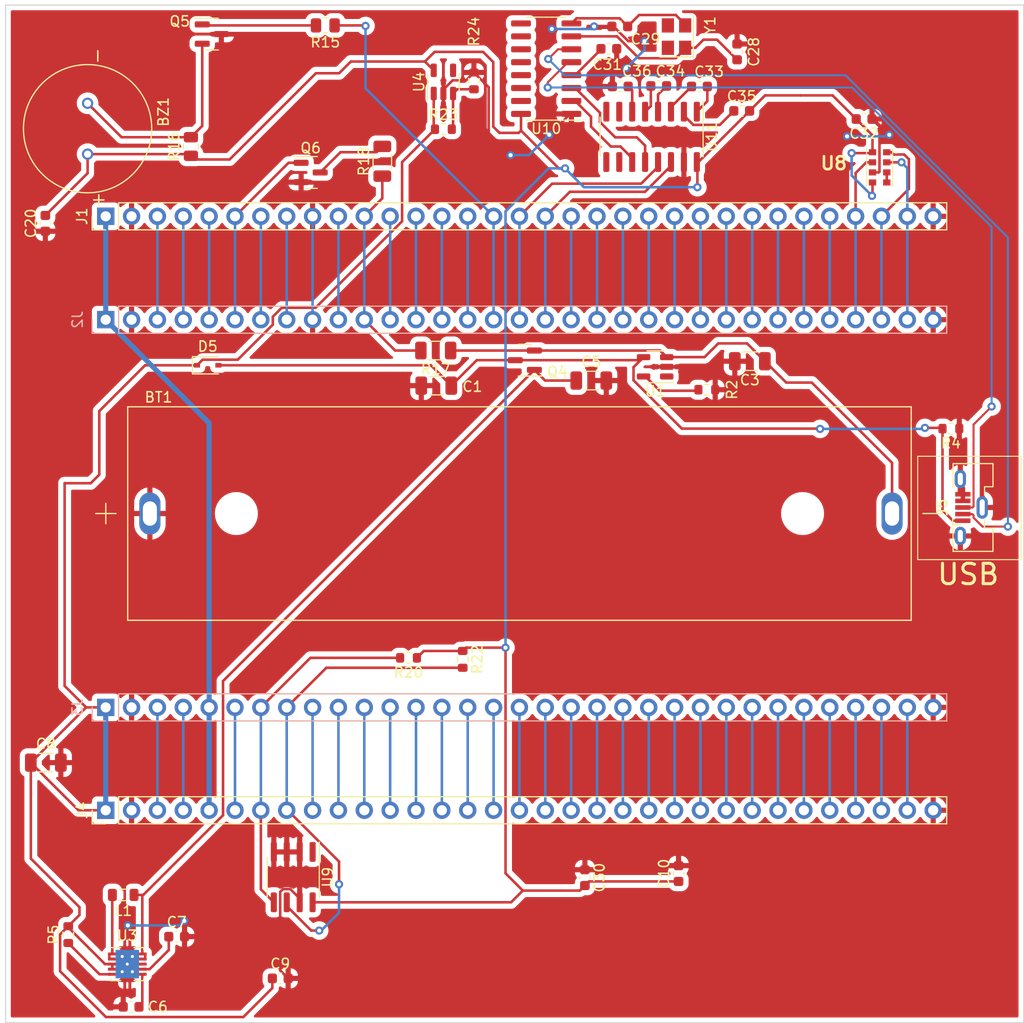
<source format=kicad_pcb>
(kicad_pcb (version 20211014) (generator pcbnew)
  (layers (0 "F.Cu" signal) (31 "B.Cu" signal) (34 "B.Paste" user) (35 "F.Paste" user) (36 "B.SilkS" user "B.Silkscreen") (37 "F.SilkS" user "F.Silkscreen") (38 "B.Mask" user) (39 "F.Mask" user) (44 "Edge.Cuts" user))
  (net 0 "")
  (net 1 "+3V0")
  (net 2 "GND")
  (net 3 "/VBAT")
  (net 4 "/PC13")
  (net 5 "/PC14")
  (net 6 "/PC15")
  (net 7 "/PF0")
  (net 8 "/PF1")
  (net 9 "/NRST")
  (net 10 "/PC0")
  (net 11 "/PC1")
  (net 12 "/PC2")
  (net 13 "/PC3")
  (net 14 "/PA0")
  (net 15 "/PA1")
  (net 16 "/PA2")
  (net 17 "/PA3")
  (net 18 "/PF4")
  (net 19 "/PF5")
  (net 20 "/PA4")
  (net 21 "/PA5")
  (net 22 "/PA6")
  (net 23 "/PA7")
  (net 24 "/PC4")
  (net 25 "/PC5")
  (net 26 "/PB0")
  (net 27 "/PB1")
  (net 28 "/PB2")
  (net 29 "/PB10")
  (net 30 "/PB11")
  (net 31 "/PB12")
  (net 32 "/PB9")
  (net 33 "/PB8")
  (net 34 "/BOOT")
  (net 35 "/PB7")
  (net 36 "/PB6")
  (net 37 "/PB5")
  (net 38 "/PB4")
  (net 39 "/PB3")
  (net 40 "/PD2")
  (net 41 "/PC12")
  (net 42 "/PC11")
  (net 43 "/PC10")
  (net 44 "/PA15")
  (net 45 "/PA14")
  (net 46 "/PF7")
  (net 47 "/PF6")
  (net 48 "/PA13")
  (net 49 "/PA12")
  (net 50 "/PA11")
  (net 51 "/PA10")
  (net 52 "/PA9")
  (net 53 "/PA8")
  (net 54 "/PC9")
  (net 55 "/PC8")
  (net 56 "/PC7")
  (net 57 "/PC6")
  (net 58 "/PB15")
  (net 59 "/PB14")
  (net 60 "/PB13")
  (net 61 "/Power/Battery_Voltage")
  (net 62 "Net-(BZ1-PadN)")
  (net 63 "+3V3")
  (net 64 "Net-(C33-Pad1)")
  (net 65 "Net-(C35-Pad1)")
  (net 66 "Net-(C28-Pad1)")
  (net 67 "Net-(C29-Pad1)")
  (net 68 "Net-(C36-Pad2)")
  (net 69 "Net-(Q6-Pad3)")
  (net 70 "Net-(C33-Pad2)")
  (net 71 "Net-(C34-Pad1)")
  (net 72 "+5V")
  (net 73 "Net-(C1-Pad1)")
  (net 74 "/Power/USB_DN")
  (net 75 "/Power/USB_DP")
  (net 76 "Net-(Q5-Pad1)")
  (net 78 "Net-(C34-Pad2)")
  (net 79 "Net-(R2-Pad2)")
  (net 80 "Net-(L1-Pad2)")
  (net 81 "Net-(R5-Pad1)")
  (net 82 "Net-(C6-Pad1)")
  (net 83 "Net-(C7-Pad1)")
  (net 85 "Net-(C5-Pad1)")
  (net 87 "Net-(U10-Pad2)")
  (net 89 "Net-(U10-Pad3)")
  (net 91 "Net-(C31-Pad1)")
  (net 102 "Net-(R23-Pad2)")
  (net 103 "Net-(U8-Pad3)")
  (footprint "Resistor_SMD:R_1206_3216Metric" (layer "F.Cu") (at 126.4 80.5 180)
    (fp_text reference "R17")
    (fp_text value "100k")
  )
  (footprint "Resistor_SMD:R_0603_1608Metric" (layer "F.Cu") (at 153.025 84.35 180)
    (fp_text reference "R2")
    (fp_text value "10k")
  )
  (footprint "Package_TO_SOT_SMD:TSOT-23-5" (layer "F.Cu") (at 147.95 82.1 180)
    (fp_text reference "U1")
    (fp_text value "LTC4054ES5-4.2")
  )
  (footprint "Capacitor_SMD:C_0603_1608Metric" (layer "F.Cu") (at 148.3 54.5)
    (fp_text reference "C34")
    (fp_text value "100nF")
  )
  (footprint "Capacitor_SMD:C_0603_1608Metric" (layer "F.Cu") (at 141.05 132.3 -90)
    (fp_text reference "C30")
    (fp_text value "100nF")
  )
  (footprint "Resistor_SMD:R_0603_1608Metric" (layer "F.Cu") (at 90.3 137.9 90)
    (fp_text reference "R5")
    (fp_text value "1M")
  )
  (footprint "Resistor_SMD:R_0805_2012Metric" (layer "F.Cu") (at 102.35 60.45 90)
    (fp_text reference "R16")
    (fp_text value "1k")
  )
  (footprint "Inductor_SMD:L_0805_2012Metric" (layer "F.Cu") (at 95.7 134 180)
    (fp_text reference "L1")
    (fp_text value "2.2uH")
  )
  (footprint "Capacitor_SMD:C_0603_1608Metric" (layer "F.Cu") (at 150.25 131.9 90)
    (fp_text reference "C10")
    (fp_text value "1u")
  )
  (footprint "Resistor_SMD:R_0603_1608Metric" (layer "F.Cu") (at 177 88.175 180)
    (fp_text reference "R4")
    (fp_text value "10k")
  )
  (footprint "Resistor_SMD:R_1206_3216Metric" (layer "F.Cu") (at 121.15 61.9 90)
    (fp_text reference "R18")
    (fp_text value "100k")
  )
  (footprint "Resistor_SMD:R_0603_1608Metric" (layer "F.Cu") (at 123.725 110.7 180)
    (fp_text reference "R20")
    (fp_text value "4K7")
  )
  (footprint "Resistor_SMD:R_0603_1608Metric" (layer "F.Cu") (at 130.15 54 90)
    (fp_text reference "R24")
    (fp_text value "2k")
  )
  (footprint "Capacitor_SMD:C_0603_1608Metric" (layer "F.Cu") (at 144.525 54.55)
    (fp_text reference "C36")
    (fp_text value "100nF")
  )
  (footprint "LTR-553ALS-01:LTR553ALS01" (layer "F.Cu") (at 170 62.5 180)
    (fp_text reference "U8")
    (fp_text value "LTR-553ALS-01" hide)
  )
  (footprint "Package_TO_SOT_SMD:SOT-23" (layer "F.Cu") (at 104.4 49.4)
    (fp_text reference "Q5")
    (fp_text value "NPN")
  )
  (footprint "Capacitor_SMD:C_0603_1608Metric" (layer "F.Cu") (at 96.475 145 180)
    (fp_text reference "C6")
    (fp_text value "10nF")
  )
  (footprint "Package_SO:SOIC-16_3.9x9.9mm_P1.27mm" (layer "F.Cu") (at 147.6 59.5 -90)
    (fp_text reference "U11")
    (fp_text value "MAX232")
  )
  (footprint "Connector_PinHeader_2.54mm:PinHeader_1x33_P2.54mm_Vertical" (layer "F.Cu") (at 93.98 67.31 90)
    (fp_text reference "J1")
    (fp_text value "Conn_01x33_Female")
  )
  (footprint "Capacitor_SMD:C_0603_1608Metric" (layer "F.Cu") (at 143.4 50.85)
    (fp_text reference "C31")
    (fp_text value "100nF")
  )
  (footprint "PKM13EPYH4002-B0:SPKR_PKM13EPYH4002-B0" (layer "F.Cu") (at 92.2 58.7 -90)
    (fp_text reference "BZ1")
    (fp_text value "Buzzer")
  )
  (footprint "Capacitor_SMD:C_0603_1608Metric" (layer "F.Cu") (at 152.3 54.55)
    (fp_text reference "C33")
    (fp_text value "100nF")
  )
  (footprint "BK-18650-PC2:BAT_BK-18650-PC2" (layer "F.Cu") (at 134.62 96.52)
    (fp_text reference "BT1")
    (fp_text value "BK-18650-PC2")
  )
  (footprint "Resistor_SMD:R_0805_2012Metric" (layer "F.Cu") (at 115.55 48.55 180)
    (fp_text reference "R15")
    (fp_text value "1k")
  )
  (footprint "Connector_PinHeader_2.54mm:PinHeader_1x33_P2.54mm_Vertical" (layer "F.Cu") (at 93.98 125.68 90)
    (fp_text reference "J4")
    (fp_text value "Conn_01x33_Female")
  )
  (footprint "Capacitor_SMD:C_1206_3216Metric" (layer "F.Cu") (at 141.675 83.45)
    (fp_text reference "C5")
    (fp_text value "4.7uF")
  )
  (footprint "Capacitor_SMD:C_0603_1608Metric" (layer "F.Cu") (at 156 51.15 90)
    (fp_text reference "C28")
    (fp_text value "10nF")
  )
  (footprint "Package_SO:SOIC-8_3.9x4.9mm_P1.27mm" (layer "F.Cu") (at 112.4 132.25 -90)
    (fp_text reference "U9")
    (fp_text value "AT24C256C-SSHL-T")
  )
  (footprint "Package_TO_SOT_SMD:SOT-23" (layer "F.Cu") (at 135.15 81.45 180)
    (fp_text reference "Q4")
    (fp_text value "Q_PMOS_DSG")
  )
  (footprint "Connector_USB:USB_Micro-B_Molex-105133-0031" (layer "F.Cu") (at 179 95.925 90)
    (fp_text reference "J5")
    (fp_text value "USB_B_Micro")
  )
  (footprint "Capacitor_SMD:C_0603_1608Metric" (layer "F.Cu") (at 100.95 138.1)
    (fp_text reference "C7")
    (fp_text value "1uF")
  )
  (footprint "Capacitor_SMD:C_1206_3216Metric" (layer "F.Cu") (at 157.25 81.55 180)
    (fp_text reference "C3")
    (fp_text value "4.7uF")
  )
  (footprint "Capacitor_SMD:C_0603_1608Metric" (layer "F.Cu") (at 111.125 142.2)
    (fp_text reference "C9")
    (fp_text value "1u")
  )
  (footprint "Package_TO_SOT_SMD:SOT-23-5" (layer "F.Cu") (at 127.15 54.1 90)
    (fp_text reference "U4")
    (fp_text value "TLV70012_SOT23-5")
  )
  (footprint "Package_SO:SOIC-16_3.9x9.9mm_P1.27mm" (layer "F.Cu") (at 137.25 52.8 180)
    (fp_text reference "U10")
    (fp_text value "CH340G")
  )
  (footprint "Capacitor_SMD:C_1206_3216Metric" (layer "F.Cu") (at 88.1 121)
    (fp_text reference "C8")
    (fp_text value "10uF")
  )
  (footprint "Package_TO_SOT_SMD:SOT-23" (layer "F.Cu") (at 114.1125 63)
    (fp_text reference "Q6")
    (fp_text value "AO3400A")
  )
  (footprint "Crystal:Crystal_SMD_3225-4Pin_3.2x2.5mm" (layer "F.Cu") (at 150.05 49.65 90)
    (fp_text reference "Y1")
    (fp_text value "12MHz")
  )
  (footprint "Capacitor_SMD:C_0603_1608Metric" (layer "F.Cu") (at 156.45 56.95)
    (fp_text reference "C35")
    (fp_text value "100nF")
  )
  (footprint "Capacitor_SMD:C_0603_1608Metric" (layer "F.Cu") (at 88.05 68 90)
    (fp_text reference "C20")
    (fp_text value "100nF")
  )
  (footprint "Capacitor_SMD:C_0603_1608Metric" (layer "F.Cu") (at 144.475 48.65 180)
    (fp_text reference "C29")
    (fp_text value "10nF")
  )
  (footprint "Resistor_SMD:R_0603_1608Metric" (layer "F.Cu") (at 129.05 110.85 -90)
    (fp_text reference "R22")
    (fp_text value "4K7")
  )
  (footprint "Diode_SMD:D_SOD-323" (layer "F.Cu") (at 104 81.95)
    (fp_text reference "D5")
    (fp_text value "D_Schottky")
  )
  (footprint "Resistor_SMD:R_0603_1608Metric" (layer "F.Cu") (at 127.15 58.75)
    (fp_text reference "R23")
    (fp_text value "13k")
  )
  (footprint "Package_SON:Texas_S-PVSON-N10_ThermalVias" (layer "F.Cu") (at 96.1 140.8)
    (fp_text reference "U3")
    (fp_text value "TPS61230DRC")
  )
  (footprint "Capacitor_SMD:C_1206_3216Metric" (layer "F.Cu") (at 126.45 83.95 180)
    (fp_text reference "C1")
    (fp_text value "4.7uF")
  )
  (footprint "Capacitor_SMD:C_0603_1608Metric" (layer "F.Cu") (at 168.475 57.75 180)
    (fp_text reference "C32")
    (fp_text value "100nF")
  )
  (footprint "Connector_PinSocket_2.54mm:PinSocket_1x33_P2.54mm_Vertical" (layer "B.Cu") (at 93.98 77.47 -90)
    (fp_text reference "J2")
    (fp_text value "Conn_01x33_Female")
  )
  (footprint "Connector_PinSocket_2.54mm:PinSocket_1x33_P2.54mm_Vertical" (layer "B.Cu") (at 93.98 115.57 -90)
    (fp_text reference "J3")
    (fp_text value "Conn_01x33_Female")
  )
  (gr_rect (start 173.74 90.89) (end 183.9 101.05) (layer "F.SilkS") (width 0.1) (fill none))
  (gr_line (start 84.15 146.55) (end 84.15 46.55) (layer "Edge.Cuts") (width 0.1))
  (gr_line (start 184.15 46.55) (end 184.15 146.55) (layer "Edge.Cuts") (width 0.1))
  (gr_line (start 84.15 46.55) (end 184.15 46.55) (layer "Edge.Cuts") (width 0.1))
  (gr_line (start 184.15 146.55) (end 84.15 146.55) (layer "Edge.Cuts") (width 0.1))
  (gr_text "USB" (at 178.7 102.5) (layer "F.SilkS") (effects (font (size 2 2) (thickness 0.3))))
  (segment (start 93.98 77.47) (end 93.98 67.31) (width 0.5) (layer "B.Cu") (net 1))
  (segment (start 104.14 115.57) (end 104.14 125.68) (width 0.5) (layer "B.Cu") (net 1))
  (segment (start 104.14 115.57) (end 104.14 87.63) (width 0.5) (layer "B.Cu") (net 1))
  (segment (start 104.14 87.63) (end 93.98 77.47) (width 0.5) (layer "B.Cu") (net 1))
  (segment (start 137.8 48.9) (end 136.45 50.25) (width 0.25) (layer "F.Cu") (net 2))
  (segment (start 95.3 132.6) (end 95.65 132.95) (width 0.25) (layer "F.Cu") (net 2))
  (segment (start 139.725 57.245) (end 139.605 57.245) (width 0.25) (layer "F.Cu") (net 2))
  (segment (start 113.035 134.348928) (end 112.111552 133.42548) (width 0.25) (layer "F.Cu") (net 2))
  (segment (start 96.35 139.25) (end 96.35 137.2) (width 0.25) (layer "F.Cu") (net 2))
  (segment (start 137.1 59.3) (end 137.55 59.3) (width 0.25) (layer "F.Cu") (net 2))
  (segment (start 130.15 53.175) (end 129.37548 53.94952) (width 0.25) (layer "F.Cu") (net 2))
  (segment (start 95.85 133.15) (end 95.85 134.75) (width 0.25) (layer "F.Cu") (net 2))
  (segment (start 101.7 136.55) (end 101.7 138.075) (width 0.25) (layer "F.Cu") (net 2))
  (segment (start 143.862856 48.65) (end 143.7 48.65) (width 0.25) (layer "F.Cu") (net 2))
  (segment (start 169.25 57.75) (end 169.4 57.75) (width 0.25) (layer "F.Cu") (net 2))
  (segment (start 128.054408 53.94952) (end 127.15 54.853928) (width 0.25) (layer "F.Cu") (net 2))
  (segment (start 110.495 129.775) (end 111.765 129.775) (width 0.25) (layer "F.Cu") (net 2))
  (segment (start 143.7 48.65) (end 141.95 48.65) (width 0.25) (layer "F.Cu") (net 2))
  (segment (start 111.11952 141.41952) (end 111.9 142.2) (width 0.25) (layer "F.Cu") (net 2))
  (segment (start 169.984511 62.920489) (end 169.91 62.995) (width 0.25) (layer "F.Cu") (net 2))
  (segment (start 96.35 137.2) (end 96.15 137) (width 0.25) (layer "F.Cu") (net 2))
  (segment (start 169.25 57.75) (end 169.984511 58.484511) (width 0.25) (layer "F.Cu") (net 2))
  (segment (start 113.035 134.725) (end 113.035 134.348928) (width 0.25) (layer "F.Cu") (net 2))
  (segment (start 111.11952 133.703448) (end 111.11952 141.41952) (width 0.25) (layer "F.Cu") (net 2))
  (segment (start 136.45 50.25) (end 136.45 58.65) (width 0.25) (layer "F.Cu") (net 2))
  (segment (start 169.91 62.995) (end 169.3 62.995) (width 0.25) (layer "F.Cu") (net 2))
  (segment (start 130.15 53.175) (end 131.60048 54.62548) (width 0.25) (layer "F.Cu") (net 2))
  (segment (start 129.37548 53.94952) (end 128.054408 53.94952) (width 0.25) (layer "F.Cu") (net 2))
  (segment (start 133.75 61.3) (end 133.35 60.9) (width 0.25) (layer "F.Cu") (net 2))
  (segment (start 127.15 54.853928) (end 127.15 55.2375) (width 0.25) (layer "F.Cu") (net 2))
  (segment (start 169.4 57.75) (end 170.95 59.3) (width 0.25) (layer "F.Cu") (net 2))
  (segment (start 145.312856 50.1) (end 143.862856 48.65) (width 0.25) (layer "F.Cu") (net 2))
  (segment (start 93.3 132.85) (end 93.55 132.6) (width 0.25) (layer "F.Cu") (net 2))
  (segment (start 133.35 60.9) (end 132 60.9) (width 0.25) (layer "F.Cu") (net 2))
  (segment (start 131.60048 60.50048) (end 132 60.9) (width 0.25) (layer "F.Cu") (net 2))
  (segment (start 93.55 132.6) (end 93.95 132.6) (width 0.25) (layer "F.Cu") (net 2))
  (segment (start 144.175 50.85) (end 144.175 51.825) (width 0.25) (layer "F.Cu") (net 2))
  (segment (start 146.9 50.1) (end 145.312856 50.1) (width 0.25) (layer "F.Cu") (net 2))
  (segment (start 95.65 132.95) (end 95.85 133.15) (width 0.25) (layer "F.Cu") (net 2))
  (segment (start 112.111552 133.42548) (end 111.397488 133.42548) (width 0.25) (layer "F.Cu") (net 2))
  (segment (start 139.605 57.245) (end 137.55 59.3) (width 0.25) (layer "F.Cu") (net 2))
  (segment (start 93.3 134.85) (end 93.3 132.85) (width 0.25) (layer "F.Cu") (net 2))
  (segment (start 169.984511 58.484511) (end 169.984511 62.920489) (width 0.25) (layer "F.Cu") (net 2))
  (segment (start 101.7 138.075) (end 101.725 138.1) (width 0.25) (layer "F.Cu") (net 2))
  (segment (start 144.175 51.825) (end 145.1 52.75) (width 0.25) (layer "F.Cu") (net 2))
  (segment (start 131.60048 54.62548) (end 131.60048 60.50048) (width 0.25) (layer "F.Cu") (net 2))
  (segment (start 136.45 58.65) (end 137.1 59.3) (width 0.25) (layer "F.Cu") (net 2))
  (segment (start 93.95 132.6) (end 95.3 132.6) (width 0.25) (layer "F.Cu") (net 2))
  (segment (start 111.397488 133.42548) (end 111.11952 133.703448) (width 0.25) (layer "F.Cu") (net 2))
  (via (at 96.15 137) (size 0.8) (drill 0.4) (layers "F.Cu" "B.Cu") (net 2))
  (via (at 137.55 59.3) (size 0.8) (drill 0.4) (layers "F.Cu" "B.Cu") (net 2))
  (via (at 166.8 59.45) (size 0.8) (drill 0.4) (layers "F.Cu" "B.Cu") (net 2))
  (via (at 145.1 52.75) (size 0.8) (drill 0.4) (layers "F.Cu" "B.Cu") (net 2))
  (via (at 141.95 48.65) (size 0.8) (drill 0.4) (layers "F.Cu" "B.Cu") (net 2))
  (via (at 101.7 136.55) (size 0.8) (drill 0.4) (layers "F.Cu" "B.Cu") (net 2))
  (via (at 170.95 59.3) (size 0.8) (drill 0.4) (layers "F.Cu" "B.Cu") (net 2))
  (via (at 137.8 48.9) (size 0.8) (drill 0.4) (layers "F.Cu" "B.Cu") (net 2))
  (via (at 133.75 61.3) (size 0.8) (drill 0.4) (layers "F.Cu" "B.Cu") (net 2))
  (via (at 146.9 50.1) (size 0.8) (drill 0.4) (layers "F.Cu" "B.Cu") (net 2))
  (segment (start 170.95 59.3) (end 170.8 59.45) (width 0.25) (layer "B.Cu") (net 2))
  (segment (start 170.8 59.45) (end 166.8 59.45) (width 0.25) (layer "B.Cu") (net 2))
  (segment (start 137.55 59.3) (end 135.55 61.3) (width 0.25) (layer "B.Cu") (net 2))
  (segment (start 141.7 48.9) (end 137.8 48.9) (width 0.25) (layer "B.Cu") (net 2))
  (segment (start 146.9 50.95) (end 146.9 50.1) (width 0.25) (layer "B.Cu") (net 2))
  (segment (start 145.1 52.75) (end 146.9 50.95) (width 0.25) (layer "B.Cu") (net 2))
  (segment (start 101.25 137) (end 101.7 136.55) (width 0.25) (layer "B.Cu") (net 2))
  (segment (start 96.15 137) (end 101.25 137) (width 0.25) (layer "B.Cu") (net 2))
  (segment (start 135.55 61.3) (end 133.75 61.3) (width 0.25) (layer "B.Cu") (net 2))
  (segment (start 114.3 67.31) (end 114.3 77.47) (width 0.25) (layer "B.Cu") (net 2))
  (segment (start 141.95 48.65) (end 141.7 48.9) (width 0.25) (layer "B.Cu") (net 2))
  (segment (start 99.06 67.31) (end 99.06 77.47) (width 0.25) (layer "B.Cu") (net 3))
  (segment (start 101.6 77.47) (end 101.6 67.31) (width 0.25) (layer "B.Cu") (net 4))
  (segment (start 104.14 67.31) (end 104.14 77.47) (width 0.25) (layer "B.Cu") (net 5))
  (segment (start 113.175 62.05) (end 111.94 62.05) (width 0.25) (layer "F.Cu") (net 6))
  (segment (start 111.94 62.05) (end 106.68 67.31) (width 0.25) (layer "F.Cu") (net 6))
  (segment (start 106.68 77.47) (end 106.68 67.31) (width 0.25) (layer "B.Cu") (net 6))
  (segment (start 109.22 67.31) (end 109.22 77.47) (width 0.25) (layer "B.Cu") (net 7))
  (segment (start 111.76 77.47) (end 111.76 67.31) (width 0.25) (layer "B.Cu") (net 8))
  (segment (start 116.84 77.47) (end 116.84 67.31) (width 0.25) (layer "B.Cu") (net 9))
  (segment (start 121.15 65.54) (end 119.38 67.31) (width 0.25) (layer "F.Cu") (net 10))
  (segment (start 122.41 80.5) (end 119.38 77.47) (width 0.25) (layer "F.Cu") (net 10))
  (segment (start 121.15 63.3625) (end 121.15 65.54) (width 0.25) (layer "F.Cu") (net 10))
  (segment (start 124.9375 80.5) (end 122.41 80.5) (width 0.25) (layer "F.Cu") (net 10))
  (segment (start 119.38 67.31) (end 119.38 77.47) (width 0.25) (layer "B.Cu") (net 10))
  (segment (start 121.92 77.47) (end 121.92 67.31) (width 0.25) (layer "B.Cu") (net 11))
  (segment (start 124.46 67.31) (end 124.46 77.47) (width 0.25) (layer "B.Cu") (net 12))
  (segment (start 127 67.31) (end 127 77.47) (width 0.25) (layer "B.Cu") (net 13))
  (segment (start 129.54 77.47) (end 129.54 67.31) (width 0.25) (layer "B.Cu") (net 14))
  (segment (start 119.45 48.55) (end 119.5 48.6) (width 0.25) (layer "F.Cu") (net 15))
  (segment (start 116.4625 48.55) (end 119.45 48.55) (width 0.25) (layer "F.Cu") (net 15))
  (via (at 119.5 48.6) (size 0.8) (drill 0.4) (layers "F.Cu" "B.Cu") (net 15))
  (segment (start 132.08 67.31) (end 132.08 77.47) (width 0.25) (layer "B.Cu") (net 15))
  (segment (start 119.5 48.6) (end 119.5 54.73) (width 0.25) (layer "B.Cu") (net 15))
  (segment (start 119.5 54.73) (end 132.08 67.31) (width 0.25) (layer "B.Cu") (net 15))
  (segment (start 146.575717 64.1) (end 137.83 64.1) (width 0.25) (layer "F.Cu") (net 16))
  (segment (start 148.235 62.440717) (end 146.575717 64.1) (width 0.25) (layer "F.Cu") (net 16))
  (segment (start 137.83 64.1) (end 134.62 67.31) (width 0.25) (layer "F.Cu") (net 16))
  (segment (start 148.235 61.975) (end 148.235 62.440717) (width 0.25) (layer "F.Cu") (net 16))
  (segment (start 134.62 77.47) (end 134.62 67.31) (width 0.25) (layer "B.Cu") (net 16))
  (segment (start 149.505 61.975) (end 149.505 62.351072) (width 0.25) (layer "F.Cu") (net 17))
  (segment (start 146.956072 64.9) (end 139.57 64.9) (width 0.25) (layer "F.Cu") (net 17))
  (segment (start 149.505 62.351072) (end 146.956072 64.9) (width 0.25) (layer "F.Cu") (net 17))
  (segment (start 139.57 64.9) (end 137.16 67.31) (width 0.25) (layer "F.Cu") (net 17))
  (segment (start 137.16 67.31) (end 137.16 77.47) (width 0.25) (layer "B.Cu") (net 17))
  (segment (start 139.7 77.47) (end 139.7 67.31) (width 0.25) (layer "B.Cu") (net 18))
  (segment (start 142.24 67.31) (end 142.24 77.47) (width 0.25) (layer "B.Cu") (net 19))
  (segment (start 144.78 77.47) (end 144.78 67.31) (width 0.25) (layer "B.Cu") (net 20))
  (segment (start 147.32 67.31) (end 147.32 77.47) (width 0.25) (layer "B.Cu") (net 21))
  (segment (start 149.86 77.47) (end 149.86 67.31) (width 0.25) (layer "B.Cu") (net 22))
  (segment (start 152.4 67.31) (end 152.4 77.47) (width 0.25) (layer "B.Cu") (net 23))
  (segment (start 154.94 77.47) (end 154.94 67.31) (width 0.25) (layer "B.Cu") (net 24))
  (segment (start 157.48 67.31) (end 157.48 77.47) (width 0.25) (layer "B.Cu") (net 25))
  (segment (start 160.02 67.31) (end 160.02 77.47) (width 0.25) (layer "B.Cu") (net 26))
  (segment (start 162.56 77.47) (end 162.56 67.31) (width 0.25) (layer "B.Cu") (net 27))
  (segment (start 165.1 67.31) (end 165.1 77.47) (width 0.25) (layer "B.Cu") (net 28))
  (segment (start 168.69 62.005) (end 167.64 63.055) (width 0.25) (layer "F.Cu") (net 29))
  (segment (start 169.3 62.005) (end 168.69 62.005) (width 0.25) (layer "F.Cu") (net 29))
  (segment (start 167.64 63.055) (end 167.64 67.31) (width 0.25) (layer "F.Cu") (net 29))
  (segment (start 167.64 77.47) (end 167.64 67.31) (width 0.25) (layer "B.Cu") (net 29))
  (segment (start 171.384511 61.234511) (end 172.409125 61.234511) (width 0.25) (layer "F.Cu") (net 30))
  (segment (start 171.165 61.015) (end 171.384511 61.234511) (width 0.25) (layer "F.Cu") (net 30))
  (segment (start 172.409125 61.234511) (end 172.874511 61.699897) (width 0.25) (layer "F.Cu") (net 30))
  (segment (start 172.874511 64.615489) (end 170.18 67.31) (width 0.25) (layer "F.Cu") (net 30))
  (segment (start 170.7 61.015) (end 171.165 61.015) (width 0.25) (layer "F.Cu") (net 30))
  (segment (start 172.874511 61.699897) (end 172.874511 64.615489) (width 0.25) (layer "F.Cu") (net 30))
  (segment (start 170.18 67.31) (end 170.18 77.47) (width 0.25) (layer "B.Cu") (net 30))
  (segment (start 170.7 62.005) (end 172.145 62.005) (width 0.25) (layer "F.Cu") (net 31))
  (segment (start 172.145 62.005) (end 172.15 62) (width 0.25) (layer "F.Cu") (net 31))
  (via (at 172.15 62) (size 0.8) (drill 0.4) (layers "F.Cu" "B.Cu") (net 31))
  (segment (start 172.15 62) (end 172.72 62.57) (width 0.25) (layer "B.Cu") (net 31))
  (segment (start 172.72 77.47) (end 172.72 67.31) (width 0.25) (layer "B.Cu") (net 31))
  (segment (start 172.72 62.57) (end 172.72 67.31) (width 0.25) (layer "B.Cu") (net 31))
  (segment (start 99.06 115.57) (end 99.06 125.68) (width 0.25) (layer "B.Cu") (net 32))
  (segment (start 101.6 125.68) (end 101.6 115.57) (width 0.25) (layer "B.Cu") (net 33))
  (segment (start 106.68 125.68) (end 106.68 115.57) (width 0.25) (layer "B.Cu") (net 34))
  (segment (start 114.09 110.7) (end 109.22 115.57) (width 0.25) (layer "F.Cu") (net 35))
  (segment (start 109.22 133.45) (end 110.495 134.725) (width 0.25) (layer "F.Cu") (net 35))
  (segment (start 122.9 110.7) (end 114.09 110.7) (width 0.25) (layer "F.Cu") (net 35))
  (segment (start 109.22 125.68) (end 109.22 133.45) (width 0.25) (layer "F.Cu") (net 35))
  (segment (start 109.22 115.57) (end 109.22 125.68) (width 0.25) (layer "B.Cu") (net 35))
  (segment (start 115.655 111.675) (end 111.76 115.57) (width 0.25) (layer "F.Cu") (net 36))
  (segment (start 114.163928 137.5) (end 111.765 135.101072) (width 0.25) (layer "F.Cu") (net 36))
  (segment (start 116.9 130.723928) (end 116.9 132.95) (width 0.25) (layer "F.Cu") (net 36))
  (segment (start 129.05 111.675) (end 115.655 111.675) (width 0.25) (layer "F.Cu") (net 36))
  (segment (start 111.765 135.101072) (end 111.765 134.725) (width 0.25) (layer "F.Cu") (net 36))
  (segment (start 114.95 137.5) (end 114.163928 137.5) (width 0.25) (layer "F.Cu") (net 36))
  (segment (start 111.76 125.68) (end 111.856072 125.68) (width 0.25) (layer "F.Cu") (net 36))
  (segment (start 111.856072 125.68) (end 116.9 130.723928) (width 0.25) (layer "F.Cu") (net 36))
  (via (at 116.9 132.95) (size 0.8) (drill 0.4) (layers "F.Cu" "B.Cu") (net 36))
  (via (at 114.95 137.5) (size 0.8) (drill 0.4) (layers "F.Cu" "B.Cu") (net 36))
  (segment (start 111.76 125.68) (end 111.76 115.57) (width 0.25) (layer "B.Cu") (net 36))
  (segment (start 116.9 132.95) (end 116.9 135.75) (width 0.25) (layer "B.Cu") (net 36))
  (segment (start 116.9 135.75) (end 115.15 137.5) (width 0.25) (layer "B.Cu") (net 36))
  (segment (start 115.15 137.5) (end 114.95 137.5) (width 0.25) (layer "B.Cu") (net 36))
  (segment (start 114.3 115.57) (end 114.3 125.68) (width 0.25) (layer "B.Cu") (net 37))
  (segment (start 116.84 125.68) (end 116.84 115.57) (width 0.25) (layer "B.Cu") (net 38))
  (segment (start 119.38 115.57) (end 119.38 125.68) (width 0.25) (layer "B.Cu") (net 39))
  (segment (start 121.92 115.57) (end 121.92 125.68) (width 0.25) (layer "B.Cu") (net 40))
  (segment (start 124.46 125.68) (end 124.46 115.57) (width 0.25) (layer "B.Cu") (net 41))
  (segment (start 127 115.57) (end 127 125.68) (width 0.25) (layer "B.Cu") (net 42))
  (segment (start 129.54 125.68) (end 129.54 115.57) (width 0.25) (layer "B.Cu") (net 43))
  (segment (start 132.08 115.57) (end 132.08 125.68) (width 0.25) (layer "B.Cu") (net 44))
  (segment (start 134.62 125.68) (end 134.62 115.57) (width 0.25) (layer "B.Cu") (net 45))
  (segment (start 137.16 115.57) (end 137.16 125.68) (width 0.25) (layer "B.Cu") (net 46))
  (segment (start 139.7 125.68) (end 139.7 115.57) (width 0.25) (layer "B.Cu") (net 47))
  (segment (start 142.24 125.68) (end 142.24 115.57) (width 0.25) (layer "B.Cu") (net 48))
  (segment (start 144.78 125.68) (end 144.78 115.57) (width 0.25) (layer "B.Cu") (net 49))
  (segment (start 147.32 125.68) (end 147.32 115.57) (width 0.25) (layer "B.Cu") (net 50))
  (segment (start 149.86 125.68) (end 149.86 115.57) (width 0.25) (layer "B.Cu") (net 51))
  (segment (start 152.4 115.57) (end 152.4 125.68) (width 0.25) (layer "B.Cu") (net 52))
  (segment (start 154.94 115.57) (end 154.94 125.68) (width 0.25) (layer "B.Cu") (net 53))
  (segment (start 157.48 125.68) (end 157.48 115.57) (width 0.25) (layer "B.Cu") (net 54))
  (segment (start 160.02 125.68) (end 160.02 115.57) (width 0.25) (layer "B.Cu") (net 55))
  (segment (start 162.56 115.57) (end 162.56 125.68) (width 0.25) (layer "B.Cu") (net 56))
  (segment (start 165.1 125.68) (end 165.1 115.57) (width 0.25) (layer "B.Cu") (net 57))
  (segment (start 167.64 115.57) (end 167.64 125.68) (width 0.25) (layer "B.Cu") (net 58))
  (segment (start 170.18 115.57) (end 170.18 125.68) (width 0.25) (layer "B.Cu") (net 59))
  (segment (start 172.72 125.68) (end 172.72 115.57) (width 0.25) (layer "B.Cu") (net 60))
  (segment (start 156.975 79.8) (end 158.725 81.55) (width 0.25) (layer "F.Cu") (net 61))
  (segment (start 136.0875 80.5) (end 148.4375 80.5) (width 0.25) (layer "F.Cu") (net 61))
  (segment (start 171.22 91.535) (end 171.22 96.52) (width 0.25) (layer "F.Cu") (net 61))
  (segment (start 127.8625 80.5) (end 136.0875 80.5) (width 0.25) (layer "F.Cu") (net 61))
  (segment (start 158.725 81.55) (end 160.825 83.65) (width 0.25) (layer "F.Cu") (net 61))
  (segment (start 149.0875 81.15) (end 152.8 81.15) (width 0.25) (layer "F.Cu") (net 61))
  (segment (start 152.8 81.15) (end 154.15 79.8) (width 0.25) (layer "F.Cu") (net 61))
  (segment (start 154.15 79.8) (end 156.975 79.8) (width 0.25) (layer "F.Cu") (net 61))
  (segment (start 160.825 83.65) (end 163.335 83.65) (width 0.25) (layer "F.Cu") (net 61))
  (segment (start 148.4375 80.5) (end 149.0875 81.15) (width 0.25) (layer "F.Cu") (net 61))
  (segment (start 163.335 83.65) (end 171.22 91.535) (width 0.25) (layer "F.Cu") (net 61))
  (segment (start 103.4625 58.425) (end 102.35 59.5375) (width 0.25) (layer "F.Cu") (net 62))
  (segment (start 92.2 56.2) (end 95.5375 59.5375) (width 0.25) (layer "F.Cu") (net 62))
  (segment (start 95.5375 59.5375) (end 102.35 59.5375) (width 0.25) (layer "F.Cu") (net 62))
  (segment (start 103.4625 50.35) (end 103.4625 58.425) (width 0.25) (layer "F.Cu") (net 62))
  (segment (start 133.25 109.7) (end 133.254511 109.704511) (width 0.25) (layer "F.Cu") (net 63))
  (segment (start 132.66 59.11) (end 134.55 59.11) (width 0.25) (layer "F.Cu") (net 63))
  (segment (start 125.3375 52.1) (end 126.2875 51.15) (width 0.25) (layer "F.Cu") (net 63))
  (segment (start 132.05 52.15) (end 132.05 58.5) (width 0.25) (layer "F.Cu") (net 63))
  (segment (start 106.15 61.725) (end 102.7125 61.725) (width 0.25) (layer "F.Cu") (net 63))
  (segment (start 129.375 109.7) (end 129.05 110.025) (width 0.25) (layer "F.Cu") (net 63))
  (segment (start 92.2 63.075) (end 88.05 67.225) (width 0.25) (layer "F.Cu") (net 63))
  (segment (start 134.775 58.885) (end 138.49 62.6) (width 0.25) (layer "F.Cu") (net 63))
  (segment (start 162.225 55.425) (end 158.75 55.425) (width 0.25) (layer "F.Cu") (net 63))
  (segment (start 162.225 55.425) (end 165.375 55.425) (width 0.25) (layer "F.Cu") (net 63))
  (segment (start 116.91 53.25) (end 118.06 52.1) (width 0.25) (layer "F.Cu") (net 63))
  (segment (start 169.3 59.35) (end 169.3 61.015) (width 0.25) (layer "F.Cu") (net 63))
  (segment (start 152.1 64.45) (end 152.1 62.03) (width 0.25) (layer "F.Cu") (net 63))
  (segment (start 165.375 55.425) (end 167.7 57.75) (width 0.25) (layer "F.Cu") (net 63))
  (segment (start 126.2875 51.15) (end 131.05 51.15) (width 0.25) (layer "F.Cu") (net 63))
  (segment (start 132.05 58.5) (end 132.66 59.11) (width 0.25) (layer "F.Cu") (net 63))
  (segment (start 141.05 133.075) (end 141.45 132.675) (width 0.25) (layer "F.Cu") (net 63))
  (segment (start 125.3375 52.1) (end 126.2 52.9625) (width 0.25) (layer "F.Cu") (net 63))
  (segment (start 116.91 53.25) (end 114.625 53.25) (width 0.25) (layer "F.Cu") (net 63))
  (segment (start 152.2 61.975) (end 152.045 61.975) (width 0.25) (layer "F.Cu") (net 63))
  (segment (start 134.775 57.245) (end 134.775 58.885) (width 0.25) (layer "F.Cu") (net 63))
  (segment (start 169.215 61.1) (end 169.3 61.015) (width 0.25) (layer "F.Cu") (net 63))
  (segment (start 118.06 52.1) (end 125.3375 52.1) (width 0.25) (layer "F.Cu") (net 63))
  (segment (start 125.225 110.025) (end 129.05 110.025) (width 0.25) (layer "F.Cu") (net 63))
  (segment (start 134.95 133.575) (end 140.55 133.575) (width 0.25) (layer "F.Cu") (net 63))
  (segment (start 92.2 61.2) (end 92.2 63.075) (width 0.25) (layer "F.Cu") (net 63))
  (segment (start 133.8 134.725) (end 134.95 133.575) (width 0.25) (layer "F.Cu") (net 63))
  (segment (start 141.45 132.675) (end 150.25 132.675) (width 0.25) (layer "F.Cu") (net 63))
  (segment (start 133.254511 131.879511) (end 134.95 133.575) (width 0.25) (layer "F.Cu") (net 63))
  (segment (start 152.1 62.03) (end 152.045 61.975) (width 0.25) (layer "F.Cu") (net 63))
  (segment (start 140.55 133.575) (end 141.05 133.075) (width 0.25) (layer "F.Cu") (net 63))
  (segment (start 133.254511 109.704511) (end 133.254511 131.879511) (width 0.25) (layer "F.Cu") (net 63))
  (segment (start 167.7 57.75) (end 169.3 59.35) (width 0.25) (layer "F.Cu") (net 63))
  (segment (start 133.25 109.7) (end 129.375 109.7) (width 0.25) (layer "F.Cu") (net 63))
  (segment (start 138.49 62.6) (end 139.1 62.6) (width 0.25) (layer "F.Cu") (net 63))
  (segment (start 102.7125 61.725) (end 102.35 61.3625) (width 0.25) (layer "F.Cu") (net 63))
  (segment (start 158.75 55.425) (end 157.225 56.95) (width 0.25) (layer "F.Cu") (net 63))
  (segment (start 102.35 61.3625) (end 102.1875 61.2) (width 0.25) (layer "F.Cu") (net 63))
  (segment (start 169.3 63.985) (end 169.3 65.25) (width 0.25) (layer "F.Cu") (net 63))
  (segment (start 124.55 110.7) (end 125.225 110.025) (width 0.25) (layer "F.Cu") (net 63))
  (segment (start 167.25 61.1) (end 169.215 61.1) (width 0.25) (layer "F.Cu") (net 63))
  (segment (start 114.625 53.25) (end 106.15 61.725) (width 0.25) (layer "F.Cu") (net 63))
  (segment (start 114.305 134.725) (end 133.8 134.725) (width 0.25) (layer "F.Cu") (net 63))
  (segment (start 157.225 56.95) (end 152.2 61.975) (width 0.25) (layer "F.Cu") (net 63))
  (segment (start 131.05 51.15) (end 132.05 52.15) (width 0.25) (layer "F.Cu") (net 63))
  (segment (start 102.1875 61.2) (end 92.2 61.2) (width 0.25) (layer "F.Cu") (net 63))
  (segment (start 134.775 58.885) (end 134.55 59.11) (width 0.25) (layer "F.Cu") (net 63))
  (segment (start 169.3 65.25) (end 169.25 65.3) (width 0.25) (layer "F.Cu") (net 63))
  (via (at 152.1 64.45) (size 0.8) (drill 0.4) (layers "F.Cu" "B.Cu") (net 63))
  (via (at 139.1 62.6) (size 0.8) (drill 0.4) (layers "F.Cu" "B.Cu") (net 63))
  (via (at 169.25 65.3) (size 0.8) (drill 0.4) (layers "F.Cu" "B.Cu") (net 63))
  (via (at 133.25 109.7) (size 0.8) (drill 0.4) (layers "F.Cu" "B.Cu") (net 63))
  (via (at 167.25 61.1) (size 0.8) (drill 0.4) (layers "F.Cu" "B.Cu") (net 63))
  (segment (start 133.254511 105.845489) (end 133.254511 109.695489) (width 0.25) (layer "B.Cu") (net 63))
  (segment (start 137.478012 62.6) (end 133.254511 66.823501) (width 0.25) (layer "B.Cu") (net 63))
  (segment (start 139.1 62.6) (end 140.95 64.45) (width 0.25) (layer "B.Cu") (net 63))
  (segment (start 139.1 62.6) (end 137.478012 62.6) (width 0.25) (layer "B.Cu") (net 63))
  (segment (start 140.95 64.45) (end 152.1 64.45) (width 0.25) (layer "B.Cu") (net 63))
  (segment (start 133.254511 109.695489) (end 133.25 109.7) (width 0.25) (layer "B.Cu") (net 63))
  (segment (start 167.25 63.3) (end 167.25 61.1) (width 0.25) (layer "B.Cu") (net 63))
  (segment (start 169.25 65.3) (end 167.25 63.3) (width 0.25) (layer "B.Cu") (net 63))
  (segment (start 133.254511 66.823501) (end 133.254511 105.845489) (width 0.25) (layer "B.Cu") (net 63))
  (segment (start 151.525 54.55) (end 149.505 56.57) (width 0.25) (layer "F.Cu") (net 64))
  (segment (start 149.505 56.57) (end 149.505 57.025) (width 0.25) (layer "F.Cu") (net 64))
  (segment (start 150.775 57.025) (end 150.775 57.401072) (width 0.25) (layer "F.Cu") (net 65))
  (segment (start 154.30048 58.32452) (end 155.675 56.95) (width 0.25) (layer "F.Cu") (net 65))
  (segment (start 151.698448 58.32452) (end 154.30048 58.32452) (width 0.25) (layer "F.Cu") (net 65))
  (segment (start 150.775 57.401072) (end 151.698448 58.32452) (width 0.25) (layer "F.Cu") (net 65))
  (segment (start 151.9 50.75) (end 152.7 49.95) (width 0.25) (layer "F.Cu") (net 66))
  (segment (start 154.025 49.95) (end 156 51.925) (width 0.25) (layer "F.Cu") (net 66))
  (segment (start 149.975489 51.774511) (end 146.351649 51.774511) (width 0.25) (layer "F.Cu") (net 66))
  (segment (start 150.9 50.75) (end 151.9 50.75) (width 0.25) (layer "F.Cu") (net 66))
  (segment (start 150.9 50.75) (end 150.9 50.85) (width 0.25) (layer "F.Cu") (net 66))
  (segment (start 150.9 50.85) (end 149.975489 51.774511) (width 0.25) (layer "F.Cu") (net 66))
  (segment (start 152.7 49.95) (end 154.025 49.95) (width 0.25) (layer "F.Cu") (net 66))
  (segment (start 144.202138 49.625) (end 139.725 49.625) (width 0.25) (layer "F.Cu") (net 66))
  (segment (start 146.351649 51.774511) (end 144.202138 49.625) (width 0.25) (layer "F.Cu") (net 66))
  (segment (start 140.22952 47.85048) (end 144.45048 47.85048) (width 0.25) (layer "F.Cu") (net 67))
  (segment (start 144.45048 47.85048) (end 145.25 48.65) (width 0.25) (layer "F.Cu") (net 67))
  (segment (start 146.374511 47.525489) (end 149.975489 47.525489) (width 0.25) (layer "F.Cu") (net 67))
  (segment (start 149.975489 47.525489) (end 150.9 48.45) (width 0.25) (layer "F.Cu") (net 67))
  (segment (start 139.725 48.355) (end 140.22952 47.85048) (width 0.25) (layer "F.Cu") (net 67))
  (segment (start 145.25 48.65) (end 146.374511 47.525489) (width 0.25) (layer "F.Cu") (net 67))
  (segment (start 150.9 48.45) (end 150.9 48.55) (width 0.25) (layer "F.Cu") (net 67))
  (segment (start 145.3 54.55) (end 145.695 54.945) (width 0.25) (layer "F.Cu") (net 68))
  (segment (start 145.695 54.945) (end 145.695 57.025) (width 0.25) (layer "F.Cu") (net 68))
  (segment (start 115.05 63) (end 117.04 61.01) (width 0.25) (layer "F.Cu") (net 69))
  (segment (start 117.04 61.01) (end 120.5775 61.01) (width 0.25) (layer "F.Cu") (net 69))
  (segment (start 120.5775 61.01) (end 121.15 60.4375) (width 0.25) (layer "F.Cu") (net 69))
  (segment (start 153.075 55.995) (end 152.045 57.025) (width 0.25) (layer "F.Cu") (net 70))
  (segment (start 153.075 54.55) (end 153.075 55.995) (width 0.25) (layer "F.Cu") (net 70))
  (segment (start 147.525 54.5) (end 147.525 56.465) (width 0.25) (layer "F.Cu") (net 71))
  (segment (start 147.525 56.465) (end 146.965 57.025) (width 0.25) (layer "F.Cu") (net 71))
  (segment (start 114.595521 76.295489) (end 111.273501 76.295489) (width 0.25) (layer "F.Cu") (net 72))
  (segment (start 89.50048 137.87452) (end 89.50048 141.50048) (width 0.25) (layer "F.Cu") (net 72))
  (segment (start 93.98 115.57) (end 92.055 115.57) (width 0.25) (layer "F.Cu") (net 72))
  (segment (start 89.50048 141.50048) (end 94 146) (width 0.25) (layer "F.Cu") (net 72))
  (segment (start 89.945 93.54) (end 89.945 113.46) (width 0.25) (layer "F.Cu") (net 72))
  (segment (start 97.85 81.95) (end 93.35 86.45) (width 0.25) (layer "F.Cu") (net 72))
  (segment (start 126.2 58.625) (end 126.325 58.75) (width 0.25) (layer "F.Cu") (net 72))
  (segment (start 92.51 93.54) (end 89.945 93.54) (width 0.25) (layer "F.Cu") (net 72))
  (segment (start 103.5 81.4) (end 102.95 81.95) (width 0.25) (layer "F.Cu") (net 72))
  (segment (start 89.945 113.46) (end 92.055 115.57) (width 0.25) (layer "F.Cu") (net 72))
  (segment (start 110.35 142.2) (end 110.35 143.15) (width 0.25) (layer "F.Cu") (net 72))
  (segment (start 110.394511 77.174479) (end 110.394511 77.956499) (width 0.25) (layer "F.Cu") (net 72))
  (segment (start 91.4 135.975) (end 90.3 137.075) (width 0.25) (layer "F.Cu") (net 72))
  (segment (start 123.094511 61.980489) (end 123.094511 67.796499) (width 0.25) (layer "F.Cu") (net 72))
  (segment (start 93.35 92.7) (end 92.51 93.54) (width 0.25) (layer "F.Cu") (net 72))
  (segment (start 126.2 55.2375) (end 126.2 58.625) (width 0.25) (layer "F.Cu") (net 72))
  (segment (start 91.4 135.2) (end 91.4 135.975) (width 0.25) (layer "F.Cu") (net 72))
  (segment (start 91.305 125.68) (end 93.98 125.68) (width 0.25) (layer "F.Cu") (net 72))
  (segment (start 110.394511 77.956499) (end 106.95101 81.4) (width 0.25) (layer "F.Cu") (net 72))
  (segment (start 106.95101 81.4) (end 103.5 81.4) (width 0.25) (layer "F.Cu") (net 72))
  (segment (start 94.625 140.8) (end 94.625 141.3) (width 0.25) (layer "F.Cu") (net 72))
  (segment (start 90.3 137.075) (end 89.50048 137.87452) (width 0.25) (layer "F.Cu") (net 72))
  (segment (start 86.625 121) (end 91.305 125.68) (width 0.25) (layer "F.Cu") (net 72))
  (segment (start 86.625 130.425) (end 91.4 135.2) (width 0.25) (layer "F.Cu") (net 72))
  (segment (start 86.625 121) (end 86.625 130.425) (width 0.25) (layer "F.Cu") (net 72))
  (segment (start 107.5 146) (end 94 146) (width 0.25) (layer "F.Cu") (net 72))
  (segment (start 90.3 137.189022) (end 93.910978 140.8) (width 0.25) (layer "F.Cu") (net 72))
  (segment (start 93.910978 140.8) (end 94.34 140.8) (width 0.25) (layer "F.Cu") (net 72))
  (segment (start 110.35 143.15) (end 107.5 146) (width 0.25) (layer "F.Cu") (net 72))
  (segment (start 123.094511 67.796499) (end 114.595521 76.295489) (width 0.25) (layer "F.Cu") (net 72))
  (segment (start 92.055 115.57) (end 86.625 121) (width 0.25) (layer "F.Cu") (net 72))
  (segment (start 90.3 137.075) (end 90.3 137.189022) (width 0.25) (layer "F.Cu") (net 72))
  (segment (start 126.325 58.75) (end 123.094511 61.980489) (width 0.25) (layer "F.Cu") (net 72))
  (segment (start 102.95 81.95) (end 97.85 81.95) (width 0.25) (layer "F.Cu") (net 72))
  (segment (start 111.273501 76.295489) (end 110.394511 77.174479) (width 0.25) (layer "F.Cu") (net 72))
  (segment (start 93.35 86.45) (end 93.35 92.7) (width 0.25) (layer "F.Cu") (net 72))
  (segment (start 93.98 115.57) (end 93.98 125.68) (width 0.5) (layer "B.Cu") (net 72))
  (segment (start 127.925 83.95) (end 125.925 81.95) (width 0.25) (layer "F.Cu") (net 73))
  (segment (start 176.175 96.199022) (end 177.200978 97.225) (width 0.25) (layer "F.Cu") (net 73))
  (segment (start 150.575 88.175) (end 164.125 88.175) (width 0.25) (layer "F.Cu") (net 73))
  (segment (start 174.45 88.1) (end 176.1 88.1) (width 0.25) (layer "F.Cu") (net 73))
  (segment (start 130.425 81.45) (end 127.925 83.95) (width 0.25) (layer "F.Cu") (net 73))
  (segment (start 134.2125 81.45) (end 146.5125 81.45) (width 0.25) (layer "F.Cu") (net 73))
  (segment (start 134.2125 81.45) (end 130.425 81.45) (width 0.25) (layer "F.Cu") (net 73))
  (segment (start 176.1 88.1) (end 176.175 88.175) (width 0.25) (layer "F.Cu") (net 73))
  (segment (start 145.82548 82.13702) (end 145.82548 83.42548) (width 0.25) (layer "F.Cu") (net 73))
  (segment (start 177.200978 97.225) (end 178.175 97.225) (width 0.25) (layer "F.Cu") (net 73))
  (segment (start 145.82548 83.42548) (end 150.575 88.175) (width 0.25) (layer "F.Cu") (net 73))
  (segment (start 146.8125 81.15) (end 145.82548 82.13702) (width 0.25) (layer "F.Cu") (net 73))
  (segment (start 176.175 88.175) (end 176.175 96.199022) (width 0.25) (layer "F.Cu") (net 73))
  (segment (start 146.5125 81.45) (end 146.8125 81.15) (width 0.25) (layer "F.Cu") (net 73))
  (segment (start 125.925 81.95) (end 105.05 81.95) (width 0.25) (layer "F.Cu") (net 73))
  (segment (start 164.125 88.175) (end 164.15 88.2) (width 0.25) (layer "F.Cu") (net 73))
  (via (at 164.15 88.2) (size 0.8) (drill 0.4) (layers "F.Cu" "B.Cu") (net 73))
  (via (at 174.45 88.1) (size 0.8) (drill 0.4) (layers "F.Cu" "B.Cu") (net 73))
  (segment (start 164.15 88.2) (end 174.35 88.2) (width 0.25) (layer "B.Cu") (net 73))
  (segment (start 174.35 88.2) (end 174.45 88.1) (width 0.25) (layer "B.Cu") (net 73))
  (segment (start 138.405 50.895) (end 139.725 50.895) (width 0.2) (layer "F.Cu") (net 74))
  (segment (start 179.224511 96.924511) (end 180.1 97.8) (width 0.2) (layer "F.Cu") (net 74))
  (segment (start 179.099022 96.575) (end 179.224511 96.700489) (width 0.2) (layer "F.Cu") (net 74))
  (segment (start 178.175 96.575) (end 179.099022 96.575) (width 0.2) (layer "F.Cu") (net 74))
  (segment (start 137.45 51.85) (end 138.405 50.895) (width 0.2) (layer "F.Cu") (net 74))
  (segment (start 180.1 97.8) (end 182.6 97.8) (width 0.2) (layer "F.Cu") (net 74))
  (segment (start 179.224511 96.700489) (end 179.224511 96.924511) (width 0.2) (layer "F.Cu") (net 74))
  (via (at 182.6 97.8) (size 0.8) (drill 0.4) (layers "F.Cu" "B.Cu") (net 74))
  (via (at 137.45 51.85) (size 0.8) (drill 0.4) (layers "F.Cu" "B.Cu") (net 74))
  (segment (start 139.049511 53.449511) (end 137.45 51.85) (width 0.2) (layer "B.Cu") (net 74))
  (segment (start 182.6 97.8) (end 182.6 69.395735) (width 0.2) (layer "B.Cu") (net 74))
  (segment (start 182.6 69.395735) (end 166.653776 53.449511) (width 0.2) (layer "B.Cu") (net 74))
  (segment (start 166.653776 53.449511) (end 139.049511 53.449511) (width 0.2) (layer "B.Cu") (net 74))
  (segment (start 179.224511 87.775489) (end 181 86) (width 0.2) (layer "F.Cu") (net 75))
  (segment (start 179.125 95.925) (end 179.224511 95.825489) (width 0.2) (layer "F.Cu") (net 75))
  (segment (start 179.224511 95.825489) (end 179.224511 87.775489) (width 0.2) (layer "F.Cu") (net 75))
  (segment (start 137.4 54.149283) (end 139.384283 52.165) (width 0.2) (layer "F.Cu") (net 75))
  (segment (start 137.4 54.65) (end 137.4 54.149283) (width 0.2) (layer "F.Cu") (net 75))
  (segment (start 139.384283 52.165) (end 139.725 52.165) (width 0.2) (layer "F.Cu") (net 75))
  (segment (start 178.175 95.925) (end 179.125 95.925) (width 0.2) (layer "F.Cu") (net 75))
  (via (at 181 86) (size 0.8) (drill 0.4) (layers "F.Cu" "B.Cu") (net 75))
  (via (at 137.4 54.65) (size 0.8) (drill 0.4) (layers "F.Cu" "B.Cu") (net 75))
  (segment (start 181 68.360741) (end 167.289259 54.65) (width 0.2) (layer "B.Cu") (net 75))
  (segment (start 167.289259 54.65) (end 138.1 54.65) (width 0.2) (layer "B.Cu") (net 75))
  (segment (start 181 86) (end 181 68.360741) (width 0.2) (layer "B.Cu") (net 75))
  (segment (start 138.1 54.65) (end 137.4 54.65) (width 0.2) (layer "B.Cu") (net 75))
  (segment (start 103.5625 48.55) (end 103.4625 48.45) (width 0.25) (layer "F.Cu") (net 76))
  (segment (start 114.6375 48.55) (end 103.5625 48.55) (width 0.25) (layer "F.Cu") (net 76))
  (segment (start 149.075 54.5) (end 148.235 55.34) (width 0.25) (layer "F.Cu") (net 78))
  (segment (start 148.235 55.34) (end 148.235 57.025) (width 0.25) (layer "F.Cu") (net 78))
  (segment (start 152.1 84.45) (end 152.2 84.35) (width 0.25) (layer "F.Cu") (net 79))
  (segment (start 147 83.05) (end 148.4 84.45) (width 0.25) (layer "F.Cu") (net 79))
  (segment (start 146.8125 83.05) (end 147 83.05) (width 0.25) (layer "F.Cu") (net 79))
  (segment (start 148.4 84.45) (end 152.1 84.45) (width 0.25) (layer "F.Cu") (net 79))
  (segment (start 94.34 139.8) (end 94.34 140.3) (width 0.25) (layer "F.Cu") (net 80))
  (segment (start 94.625 134.0125) (end 94.625 139.8) (width 0.25) (layer "F.Cu") (net 80))
  (segment (start 94.6375 134) (end 94.625 134.0125) (width 0.25) (layer "F.Cu") (net 80))
  (segment (start 90.3 138.725) (end 93.375 141.8) (width 0.25) (layer "F.Cu") (net 81))
  (segment (start 93.375 141.8) (end 94.34 141.8) (width 0.25) (layer "F.Cu") (net 81))
  (segment (start 97.575 141.8) (end 97.575 144.675) (width 0.25) (layer "F.Cu") (net 82))
  (segment (start 97.575 144.675) (end 97.25 145) (width 0.25) (layer "F.Cu") (net 82))
  (segment (start 100.175 139.414022) (end 98.289022 141.3) (width 0.25) (layer "F.Cu") (net 83))
  (segment (start 98.289022 141.3) (end 97.575 141.3) (width 0.25) (layer "F.Cu") (net 83))
  (segment (start 100.175 138.1) (end 100.175 139.414022) (width 0.25) (layer "F.Cu") (net 83))
  (segment (start 96.7625 134) (end 97.5 134) (width 0.25) (layer "F.Cu") (net 85))
  (segment (start 137.1375 83.45) (end 140.2 83.45) (width 0.25) (layer "F.Cu") (net 85))
  (segment (start 97.86 139.8) (end 97.86 140.3) (width 0.25) (layer "F.Cu") (net 85))
  (segment (start 97.5 134) (end 97.575 134.075) (width 0.25) (layer "F.Cu") (net 85))
  (segment (start 97.575 134.075) (end 97.575 139.8) (width 0.25) (layer "F.Cu") (net 85))
  (segment (start 105.505489 126.166499) (end 105.505489 112.982011) (width 0.25) (layer "F.Cu") (net 85))
  (segment (start 97.671988 134) (end 105.505489 126.166499) (width 0.25) (layer "F.Cu") (net 85))
  (segment (start 97.5 134) (end 97.671988 134) (width 0.25) (layer "F.Cu") (net 85))
  (segment (start 105.505489 112.982011) (end 136.0875 82.4) (width 0.25) (layer "F.Cu") (net 85))
  (segment (start 136.0875 82.4) (end 137.1375 83.45) (width 0.25) (layer "F.Cu") (net 85))
  (segment (start 141.65 58.5) (end 143.6 60.45) (width 0.25) (layer "F.Cu") (net 87))
  (segment (start 145.695 61.598928) (end 145.695 61.975) (width 0.25) (layer "F.Cu") (net 87))
  (segment (start 144.546072 60.45) (end 145.695 61.598928) (width 0.25) (layer "F.Cu") (net 87))
  (segment (start 143.6 60.45) (end 144.546072 60.45) (width 0.25) (layer "F.Cu") (net 87))
  (segment (start 139.725 55.975) (end 140.101072 55.975) (width 0.25) (layer "F.Cu") (net 87))
  (segment (start 141.65 57.523928) (end 141.65 58.5) (width 0.25) (layer "F.Cu") (net 87))
  (segment (start 140.101072 55.975) (end 141.65 57.523928) (width 0.25) (layer "F.Cu") (net 87))
  (segment (start 144.033928 59.55) (end 146.15 59.55) (width 0.25) (layer "F.Cu") (net 89))
  (segment (start 146.15 59.55) (end 146.965 60.365) (width 0.25) (layer "F.Cu") (net 89))
  (segment (start 140.101072 54.705) (end 142.53048 57.134408) (width 0.25) (layer "F.Cu") (net 89))
  (segment (start 146.965 60.365) (end 146.965 61.975) (width 0.25) (layer "F.Cu") (net 89))
  (segment (start 142.53048 58.046552) (end 144.033928 59.55) (width 0.25) (layer "F.Cu") (net 89))
  (segment (start 142.53048 57.134408) (end 142.53048 58.046552) (width 0.25) (layer "F.Cu") (net 89))
  (segment (start 139.725 54.705) (end 140.101072 54.705) (width 0.25) (layer "F.Cu") (net 89))
  (segment (start 140.101072 53.435) (end 139.725 53.435) (width 0.25) (layer "F.Cu") (net 91))
  (segment (start 142.625 50.911072) (end 140.101072 53.435) (width 0.25) (layer "F.Cu") (net 91))
  (segment (start 142.625 50.85) (end 142.625 50.911072) (width 0.25) (layer "F.Cu") (net 91))
  (segment (start 128.1 55.2375) (end 128.1 58.625) (width 0.25) (layer "F.Cu") (net 102))
  (segment (start 128.1 58.625) (end 127.975 58.75) (width 0.25) (layer "F.Cu") (net 102))
  (segment (start 130.15 54.825) (end 128.5125 54.825) (width 0.25) (layer "F.Cu") (net 102))
  (segment (start 128.5125 54.825) (end 128.1 55.2375) (width 0.25) (layer "F.Cu") (net 102))
  (segment (start 170.7 62.995) (end 170.7 63.985) (width 0.25) (layer "F.Cu") (net 103))
  (zone (net 2) (net_name "GND") (layer "F.Cu") (connect_pads (clearance 0.508)) (min_thickness 0.254) (fill yes (thermal_gap 0.508) (thermal_bridge_width 0.508))
    (polygon (pts (xy 184.1 146.5) (xy 84.2 146.5) (xy 84.2 46.6) (xy 184.1 46.6)))
  )
)
</source>
